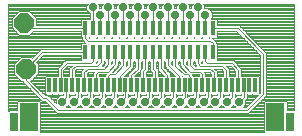
<source format=gtl>
G75*
%MOIN*%
%OFA0B0*%
%FSLAX25Y25*%
%IPPOS*%
%LPD*%
%AMOC8*
5,1,8,0,0,1.08239X$1,22.5*
%
%ADD10R,0.01500X0.05000*%
%ADD11R,0.01181X0.04724*%
%ADD12R,0.06299X0.09449*%
%ADD13R,0.03150X0.06299*%
%ADD14C,0.00492*%
%ADD15C,0.02787*%
%ADD16OC8,0.06496*%
D10*
X0053176Y0040878D03*
X0055676Y0040878D03*
X0058176Y0040878D03*
X0060676Y0040878D03*
X0063176Y0040878D03*
X0065676Y0040878D03*
X0068176Y0040878D03*
X0070676Y0040878D03*
X0073176Y0040878D03*
X0075676Y0040878D03*
X0078176Y0040878D03*
X0080676Y0040878D03*
X0083176Y0040878D03*
X0085676Y0040878D03*
X0088176Y0040878D03*
X0090676Y0040878D03*
X0093176Y0040878D03*
X0095676Y0040878D03*
X0095676Y0048878D03*
X0093176Y0048878D03*
X0090676Y0048878D03*
X0088176Y0048878D03*
X0085676Y0048878D03*
X0083176Y0048878D03*
X0080676Y0048878D03*
X0078176Y0048878D03*
X0075676Y0048878D03*
X0073176Y0048878D03*
X0070676Y0048878D03*
X0068176Y0048878D03*
X0065676Y0048878D03*
X0063176Y0048878D03*
X0060676Y0048878D03*
X0058176Y0048878D03*
X0055676Y0048878D03*
X0053176Y0048878D03*
D11*
X0052772Y0029799D03*
X0052772Y0029799D03*
X0052772Y0029799D03*
X0054741Y0029799D03*
X0054741Y0029799D03*
X0054741Y0029799D03*
X0056709Y0029799D03*
X0056709Y0029799D03*
X0056709Y0029799D03*
X0058678Y0029799D03*
X0058678Y0029799D03*
X0058678Y0029799D03*
X0060646Y0029799D03*
X0060646Y0029799D03*
X0060646Y0029799D03*
X0062615Y0029799D03*
X0062615Y0029799D03*
X0062615Y0029799D03*
X0064583Y0029799D03*
X0064583Y0029799D03*
X0064583Y0029799D03*
X0066552Y0029799D03*
X0066552Y0029799D03*
X0066552Y0029799D03*
X0068520Y0029799D03*
X0068520Y0029799D03*
X0068520Y0029799D03*
X0070489Y0029799D03*
X0070489Y0029799D03*
X0070489Y0029799D03*
X0072457Y0029799D03*
X0072457Y0029799D03*
X0072457Y0029799D03*
X0074426Y0029799D03*
X0074426Y0029799D03*
X0074426Y0029799D03*
X0076394Y0029799D03*
X0076394Y0029799D03*
X0076394Y0029799D03*
X0078363Y0029799D03*
X0078363Y0029799D03*
X0078363Y0029799D03*
X0080331Y0029799D03*
X0080331Y0029799D03*
X0080331Y0029799D03*
X0082300Y0029799D03*
X0082300Y0029799D03*
X0082300Y0029799D03*
X0084268Y0029799D03*
X0084268Y0029799D03*
X0084268Y0029799D03*
X0086237Y0029799D03*
X0086237Y0029799D03*
X0086237Y0029799D03*
X0088205Y0029799D03*
X0088205Y0029799D03*
X0088205Y0029799D03*
X0090174Y0029799D03*
X0090174Y0029799D03*
X0090174Y0029799D03*
X0092142Y0029799D03*
X0092142Y0029799D03*
X0092142Y0029799D03*
X0094111Y0029799D03*
X0094111Y0029799D03*
X0094111Y0029799D03*
X0096079Y0029799D03*
X0096079Y0029799D03*
X0096079Y0029799D03*
X0098048Y0029799D03*
X0098048Y0029799D03*
X0098048Y0029799D03*
X0100016Y0029799D03*
X0100016Y0029799D03*
X0100016Y0029799D03*
X0101985Y0029799D03*
X0101985Y0029799D03*
X0101985Y0029799D03*
X0103953Y0029799D03*
X0103953Y0029799D03*
X0103953Y0029799D03*
X0105922Y0029799D03*
X0105922Y0029799D03*
X0105922Y0029799D03*
X0107890Y0029799D03*
X0107890Y0029799D03*
X0107890Y0029799D03*
X0109859Y0029799D03*
X0109859Y0029799D03*
X0109859Y0029799D03*
X0050804Y0029799D03*
X0050804Y0029799D03*
X0050804Y0029799D03*
X0048835Y0029799D03*
X0048835Y0029799D03*
X0048835Y0029799D03*
X0046867Y0029799D03*
X0046867Y0029799D03*
X0046867Y0029799D03*
X0044898Y0029799D03*
X0044898Y0029799D03*
X0044898Y0029799D03*
X0042930Y0029799D03*
X0042930Y0029799D03*
X0042930Y0029799D03*
X0040961Y0029799D03*
X0040961Y0029799D03*
X0040961Y0029799D03*
D12*
X0034268Y0019169D03*
X0034268Y0019169D03*
X0034268Y0019169D03*
X0116552Y0019169D03*
X0116552Y0019169D03*
X0116552Y0019169D03*
D13*
X0029544Y0017594D03*
X0029544Y0017594D03*
X0029544Y0017594D03*
X0121276Y0017594D03*
X0121276Y0017594D03*
X0121276Y0017594D03*
D14*
X0120440Y0021482D02*
X0120440Y0024199D01*
X0120007Y0024632D01*
X0113096Y0024632D01*
X0112664Y0024199D01*
X0112664Y0014283D01*
X0038156Y0014283D01*
X0038156Y0024199D01*
X0037724Y0024632D01*
X0030813Y0024632D01*
X0030381Y0024199D01*
X0030381Y0021482D01*
X0027663Y0021482D01*
X0027375Y0021194D01*
X0027375Y0057067D01*
X0053895Y0057067D01*
X0053554Y0056726D01*
X0053554Y0054959D01*
X0054707Y0053806D01*
X0054712Y0052116D01*
X0054620Y0052116D01*
X0054426Y0051922D01*
X0054232Y0052116D01*
X0052120Y0052116D01*
X0051688Y0051684D01*
X0051688Y0049862D01*
X0036759Y0049862D01*
X0036759Y0052336D01*
X0034423Y0054671D01*
X0031121Y0054671D01*
X0028786Y0052336D01*
X0028786Y0049034D01*
X0031121Y0046699D01*
X0034423Y0046699D01*
X0035618Y0047894D01*
X0051688Y0047894D01*
X0051688Y0046072D01*
X0051965Y0045795D01*
X0051965Y0045356D01*
X0052542Y0044780D01*
X0053205Y0044116D01*
X0052120Y0044116D01*
X0051688Y0043684D01*
X0051688Y0041862D01*
X0038306Y0041862D01*
X0035387Y0038944D01*
X0034916Y0039415D01*
X0031613Y0039415D01*
X0029278Y0037080D01*
X0029278Y0033778D01*
X0031613Y0031443D01*
X0032280Y0031443D01*
X0032280Y0031084D01*
X0038186Y0025179D01*
X0038762Y0024602D01*
X0039746Y0024602D01*
X0043107Y0021242D01*
X0043684Y0020665D01*
X0107491Y0020665D01*
X0112904Y0026079D01*
X0113481Y0026655D01*
X0113481Y0040758D01*
X0104377Y0049862D01*
X0097164Y0049862D01*
X0097164Y0051684D01*
X0096732Y0052116D01*
X0094974Y0052116D01*
X0095298Y0052440D01*
X0095298Y0054206D01*
X0094049Y0055455D01*
X0092818Y0055455D01*
X0092818Y0056726D01*
X0092476Y0057067D01*
X0122816Y0057067D01*
X0122816Y0021482D01*
X0120440Y0021482D01*
X0120440Y0021917D02*
X0122816Y0021917D01*
X0122816Y0022408D02*
X0120440Y0022408D01*
X0120440Y0022898D02*
X0122816Y0022898D01*
X0122816Y0023389D02*
X0120440Y0023389D01*
X0120440Y0023879D02*
X0122816Y0023879D01*
X0122816Y0024370D02*
X0120269Y0024370D01*
X0122816Y0024861D02*
X0111686Y0024861D01*
X0111196Y0024370D02*
X0112835Y0024370D01*
X0112664Y0023879D02*
X0110705Y0023879D01*
X0110215Y0023389D02*
X0112664Y0023389D01*
X0112664Y0022898D02*
X0109724Y0022898D01*
X0109233Y0022408D02*
X0112664Y0022408D01*
X0112664Y0021917D02*
X0108743Y0021917D01*
X0108252Y0021426D02*
X0112664Y0021426D01*
X0112664Y0020936D02*
X0107761Y0020936D01*
X0107083Y0021650D02*
X0112497Y0027063D01*
X0112497Y0040350D01*
X0103969Y0048878D01*
X0095676Y0048878D01*
X0097164Y0047894D02*
X0103561Y0047894D01*
X0111512Y0039943D01*
X0111512Y0027471D01*
X0111188Y0027146D01*
X0111188Y0032467D01*
X0110755Y0032900D01*
X0108963Y0032900D01*
X0108875Y0032812D01*
X0108787Y0032900D01*
X0106994Y0032900D01*
X0106906Y0032812D01*
X0106818Y0032900D01*
X0105026Y0032900D01*
X0104938Y0032812D01*
X0104938Y0035055D01*
X0104979Y0035401D01*
X0104938Y0035454D01*
X0104938Y0035522D01*
X0104691Y0035768D01*
X0103146Y0037738D01*
X0103146Y0037805D01*
X0102900Y0038052D01*
X0102685Y0038326D01*
X0102618Y0038334D01*
X0102570Y0038382D01*
X0102221Y0038382D01*
X0101875Y0038424D01*
X0101822Y0038382D01*
X0097164Y0038382D01*
X0097164Y0043684D01*
X0096732Y0044116D01*
X0096660Y0044116D01*
X0096660Y0044292D01*
X0095764Y0045187D01*
X0095312Y0045640D01*
X0096732Y0045640D01*
X0097164Y0046072D01*
X0097164Y0047894D01*
X0097164Y0047430D02*
X0104025Y0047430D01*
X0104516Y0046939D02*
X0097164Y0046939D01*
X0097164Y0046449D02*
X0105006Y0046449D01*
X0105497Y0045958D02*
X0097050Y0045958D01*
X0095975Y0044977D02*
X0106478Y0044977D01*
X0105988Y0045468D02*
X0095484Y0045468D01*
X0094780Y0044780D02*
X0053934Y0044780D01*
X0052949Y0045764D01*
X0052949Y0048652D01*
X0053176Y0048878D01*
X0034579Y0048878D01*
X0032772Y0050685D01*
X0035777Y0053318D02*
X0054709Y0053318D01*
X0054705Y0053808D02*
X0035286Y0053808D01*
X0034796Y0054299D02*
X0054214Y0054299D01*
X0053724Y0054790D02*
X0027375Y0054790D01*
X0027375Y0055280D02*
X0053554Y0055280D01*
X0053554Y0055771D02*
X0027375Y0055771D01*
X0027375Y0056262D02*
X0053554Y0056262D01*
X0053580Y0056752D02*
X0027375Y0056752D01*
X0027375Y0054299D02*
X0030749Y0054299D01*
X0030258Y0053808D02*
X0027375Y0053808D01*
X0027375Y0053318D02*
X0029768Y0053318D01*
X0029277Y0052827D02*
X0027375Y0052827D01*
X0027375Y0052336D02*
X0028786Y0052336D01*
X0028786Y0051846D02*
X0027375Y0051846D01*
X0027375Y0051355D02*
X0028786Y0051355D01*
X0028786Y0050865D02*
X0027375Y0050865D01*
X0027375Y0050374D02*
X0028786Y0050374D01*
X0028786Y0049883D02*
X0027375Y0049883D01*
X0027375Y0049393D02*
X0028786Y0049393D01*
X0028918Y0048902D02*
X0027375Y0048902D01*
X0027375Y0048411D02*
X0029409Y0048411D01*
X0029899Y0047921D02*
X0027375Y0047921D01*
X0027375Y0047430D02*
X0030390Y0047430D01*
X0030881Y0046939D02*
X0027375Y0046939D01*
X0027375Y0046449D02*
X0051688Y0046449D01*
X0051688Y0046939D02*
X0034664Y0046939D01*
X0035155Y0047430D02*
X0051688Y0047430D01*
X0051802Y0045958D02*
X0027375Y0045958D01*
X0027375Y0045468D02*
X0051965Y0045468D01*
X0052344Y0044977D02*
X0027375Y0044977D01*
X0027375Y0044486D02*
X0052835Y0044486D01*
X0052000Y0043996D02*
X0027375Y0043996D01*
X0027375Y0043505D02*
X0051688Y0043505D01*
X0051688Y0043014D02*
X0027375Y0043014D01*
X0027375Y0042524D02*
X0051688Y0042524D01*
X0051688Y0042033D02*
X0027375Y0042033D01*
X0027375Y0041542D02*
X0037986Y0041542D01*
X0037495Y0041052D02*
X0027375Y0041052D01*
X0027375Y0040561D02*
X0037005Y0040561D01*
X0036514Y0040071D02*
X0027375Y0040071D01*
X0027375Y0039580D02*
X0036023Y0039580D01*
X0035533Y0039089D02*
X0035242Y0039089D01*
X0036779Y0037552D02*
X0039121Y0039894D01*
X0051688Y0039894D01*
X0051688Y0038382D01*
X0046636Y0038382D01*
X0046060Y0037805D01*
X0043914Y0035660D01*
X0043914Y0032812D01*
X0043826Y0032900D01*
X0042033Y0032900D01*
X0041946Y0032812D01*
X0041858Y0032900D01*
X0040065Y0032900D01*
X0039633Y0032467D01*
X0039633Y0027131D01*
X0040065Y0026699D01*
X0041858Y0026699D01*
X0041946Y0026787D01*
X0042033Y0026699D01*
X0043826Y0026699D01*
X0043914Y0026787D01*
X0044002Y0026699D01*
X0045795Y0026699D01*
X0045883Y0026787D01*
X0045883Y0026537D01*
X0044488Y0026537D01*
X0043239Y0025289D01*
X0043239Y0023894D01*
X0040562Y0026571D01*
X0039746Y0026571D01*
X0039578Y0026571D01*
X0034706Y0031443D01*
X0034916Y0031443D01*
X0037251Y0033778D01*
X0037251Y0037080D01*
X0036779Y0037552D01*
X0036845Y0037617D02*
X0045872Y0037617D01*
X0045381Y0037127D02*
X0037204Y0037127D01*
X0037251Y0036636D02*
X0044890Y0036636D01*
X0044400Y0036145D02*
X0037251Y0036145D01*
X0037251Y0035655D02*
X0043914Y0035655D01*
X0043914Y0035164D02*
X0037251Y0035164D01*
X0037251Y0034674D02*
X0043914Y0034674D01*
X0043914Y0034183D02*
X0037251Y0034183D01*
X0037165Y0033692D02*
X0043914Y0033692D01*
X0043914Y0033202D02*
X0036674Y0033202D01*
X0036184Y0032711D02*
X0039876Y0032711D01*
X0039633Y0032220D02*
X0035693Y0032220D01*
X0035202Y0031730D02*
X0039633Y0031730D01*
X0039633Y0031239D02*
X0034909Y0031239D01*
X0035400Y0030748D02*
X0039633Y0030748D01*
X0039633Y0030258D02*
X0035891Y0030258D01*
X0036381Y0029767D02*
X0039633Y0029767D01*
X0039633Y0029277D02*
X0036872Y0029277D01*
X0037363Y0028786D02*
X0039633Y0028786D01*
X0039633Y0028295D02*
X0037853Y0028295D01*
X0038344Y0027805D02*
X0039633Y0027805D01*
X0039633Y0027314D02*
X0038835Y0027314D01*
X0039325Y0026823D02*
X0039940Y0026823D01*
X0040800Y0026333D02*
X0044283Y0026333D01*
X0043792Y0025842D02*
X0041291Y0025842D01*
X0041781Y0025351D02*
X0043302Y0025351D01*
X0043239Y0024861D02*
X0042272Y0024861D01*
X0042763Y0024370D02*
X0043239Y0024370D01*
X0045371Y0024406D02*
X0046867Y0025902D01*
X0046867Y0029799D01*
X0048835Y0029799D02*
X0048835Y0035252D01*
X0049997Y0036413D01*
X0057182Y0036413D01*
X0058264Y0037496D01*
X0058264Y0040789D01*
X0058176Y0040878D01*
X0055705Y0040848D02*
X0055676Y0040878D01*
X0055705Y0040848D02*
X0055705Y0037890D01*
X0055213Y0037398D01*
X0047044Y0037398D01*
X0044898Y0035252D01*
X0044898Y0029799D01*
X0045883Y0032812D02*
X0045883Y0032812D01*
X0045883Y0034844D01*
X0047452Y0036413D01*
X0048605Y0036413D01*
X0047851Y0035660D01*
X0047851Y0034844D01*
X0047851Y0032812D01*
X0047851Y0032812D01*
X0047763Y0032900D01*
X0045970Y0032900D01*
X0045883Y0032812D01*
X0045883Y0033202D02*
X0047851Y0033202D01*
X0047851Y0033692D02*
X0045883Y0033692D01*
X0045883Y0034183D02*
X0047851Y0034183D01*
X0047851Y0034674D02*
X0045883Y0034674D01*
X0046202Y0035164D02*
X0047851Y0035164D01*
X0047851Y0035655D02*
X0046693Y0035655D01*
X0047184Y0036145D02*
X0048337Y0036145D01*
X0049820Y0034844D02*
X0050404Y0035429D01*
X0052542Y0035429D01*
X0051788Y0034675D01*
X0051788Y0033860D01*
X0051788Y0032812D01*
X0051788Y0032812D01*
X0051700Y0032900D01*
X0049907Y0032900D01*
X0049820Y0032812D01*
X0049820Y0034844D01*
X0049820Y0034674D02*
X0051788Y0034674D01*
X0051788Y0034183D02*
X0049820Y0034183D01*
X0049820Y0033692D02*
X0051788Y0033692D01*
X0051788Y0033202D02*
X0049820Y0033202D01*
X0049820Y0032812D02*
X0049820Y0032812D01*
X0050139Y0035164D02*
X0052277Y0035164D01*
X0052772Y0034268D02*
X0053934Y0035429D01*
X0059347Y0035429D01*
X0060725Y0036807D01*
X0060725Y0040829D01*
X0060676Y0040878D01*
X0063176Y0040878D02*
X0063186Y0040868D01*
X0063186Y0036906D01*
X0060725Y0034445D01*
X0057379Y0034445D01*
X0056709Y0033776D01*
X0056709Y0029799D01*
X0058678Y0029799D02*
X0058678Y0025902D01*
X0057201Y0024406D01*
X0055725Y0025944D02*
X0055725Y0026309D01*
X0055725Y0026787D01*
X0055813Y0026699D01*
X0057606Y0026699D01*
X0057694Y0026787D01*
X0057694Y0026537D01*
X0056318Y0026537D01*
X0055725Y0025944D01*
X0055725Y0026333D02*
X0056114Y0026333D01*
X0054741Y0025902D02*
X0053245Y0024406D01*
X0054488Y0022634D02*
X0055223Y0023369D01*
X0055958Y0022634D01*
X0054488Y0022634D01*
X0054752Y0022898D02*
X0055694Y0022898D01*
X0058445Y0022634D02*
X0059160Y0023349D01*
X0059875Y0022634D01*
X0058445Y0022634D01*
X0058709Y0022898D02*
X0059611Y0022898D01*
X0061119Y0024406D02*
X0062615Y0025902D01*
X0062615Y0029799D01*
X0060646Y0029799D02*
X0060646Y0032791D01*
X0061316Y0033461D01*
X0062989Y0033461D01*
X0065646Y0036610D01*
X0065646Y0040848D01*
X0065676Y0040878D01*
X0068176Y0040878D02*
X0068205Y0040848D01*
X0068205Y0036413D01*
X0064583Y0032791D01*
X0064583Y0029799D01*
X0066552Y0029799D02*
X0066552Y0025902D01*
X0065056Y0024406D01*
X0063812Y0022634D02*
X0063087Y0023359D01*
X0062362Y0022634D01*
X0063812Y0022634D01*
X0063548Y0022898D02*
X0062626Y0022898D01*
X0066299Y0022634D02*
X0067024Y0023359D01*
X0067749Y0022634D01*
X0066299Y0022634D01*
X0066563Y0022898D02*
X0067485Y0022898D01*
X0068993Y0024406D02*
X0070489Y0025902D01*
X0070489Y0029799D01*
X0072457Y0029799D02*
X0072457Y0034760D01*
X0073127Y0035429D01*
X0073127Y0040829D01*
X0073176Y0040878D01*
X0075587Y0040789D02*
X0075676Y0040878D01*
X0075587Y0040789D02*
X0075587Y0035429D01*
X0076394Y0034622D01*
X0076394Y0029799D01*
X0074426Y0029799D02*
X0074426Y0025902D01*
X0072930Y0024406D01*
X0074173Y0022634D02*
X0074898Y0023359D01*
X0075624Y0022634D01*
X0074173Y0022634D01*
X0074437Y0022898D02*
X0075359Y0022898D01*
X0076867Y0024406D02*
X0078363Y0025902D01*
X0078363Y0029799D01*
X0080331Y0029799D02*
X0080331Y0033441D01*
X0078245Y0035528D01*
X0078245Y0040809D01*
X0078176Y0040878D01*
X0080607Y0040809D02*
X0080676Y0040878D01*
X0080607Y0040809D02*
X0080607Y0036610D01*
X0084268Y0032949D01*
X0084268Y0029799D01*
X0086237Y0029799D02*
X0086237Y0025902D01*
X0084741Y0024406D01*
X0086248Y0022898D02*
X0087170Y0022898D01*
X0087435Y0022634D02*
X0085984Y0022634D01*
X0086709Y0023359D01*
X0087435Y0022634D01*
X0088678Y0024406D02*
X0090174Y0025803D01*
X0090174Y0029799D01*
X0088205Y0029799D02*
X0088205Y0032654D01*
X0087398Y0033461D01*
X0086020Y0033461D01*
X0083068Y0036413D01*
X0083068Y0040770D01*
X0083176Y0040878D01*
X0085627Y0040829D02*
X0085676Y0040878D01*
X0085627Y0040829D02*
X0085627Y0036807D01*
X0087989Y0034445D01*
X0091335Y0034445D01*
X0092142Y0033638D01*
X0092142Y0029799D01*
X0094111Y0029799D02*
X0094111Y0025803D01*
X0092615Y0024406D01*
X0091372Y0022634D02*
X0090646Y0023359D01*
X0089921Y0022634D01*
X0091372Y0022634D01*
X0091107Y0022898D02*
X0090185Y0022898D01*
X0093858Y0022634D02*
X0094583Y0023359D01*
X0095309Y0022634D01*
X0093858Y0022634D01*
X0094122Y0022898D02*
X0095044Y0022898D01*
X0096552Y0024406D02*
X0098048Y0025803D01*
X0098048Y0029799D01*
X0100016Y0029799D02*
X0100016Y0035114D01*
X0098717Y0036413D01*
X0091434Y0036413D01*
X0090646Y0037201D01*
X0090646Y0040848D01*
X0090676Y0040878D01*
X0088186Y0040868D02*
X0088176Y0040878D01*
X0088186Y0040868D02*
X0088186Y0036709D01*
X0089465Y0035429D01*
X0094780Y0035429D01*
X0096079Y0034130D01*
X0096079Y0029799D01*
X0095095Y0026787D02*
X0095183Y0026699D01*
X0096976Y0026699D01*
X0097064Y0026787D01*
X0097064Y0026537D01*
X0095669Y0026537D01*
X0095101Y0025970D01*
X0095108Y0026177D01*
X0095095Y0026191D01*
X0095095Y0026787D01*
X0095095Y0026333D02*
X0095464Y0026333D01*
X0093127Y0026537D02*
X0093127Y0026787D01*
X0093127Y0026787D01*
X0093039Y0026699D01*
X0091246Y0026699D01*
X0091158Y0026787D01*
X0091158Y0026191D01*
X0091171Y0026177D01*
X0091164Y0025970D01*
X0091732Y0026537D01*
X0093127Y0026537D01*
X0091527Y0026333D02*
X0091158Y0026333D01*
X0089190Y0026537D02*
X0087795Y0026537D01*
X0087221Y0025964D01*
X0087221Y0026309D01*
X0087221Y0026787D01*
X0087309Y0026699D01*
X0089102Y0026699D01*
X0089190Y0026787D01*
X0089190Y0026537D01*
X0089190Y0026787D02*
X0089190Y0026787D01*
X0087590Y0026333D02*
X0087221Y0026333D01*
X0085253Y0026537D02*
X0083858Y0026537D01*
X0083284Y0025964D01*
X0083284Y0026309D01*
X0083284Y0026787D01*
X0083372Y0026699D01*
X0085165Y0026699D01*
X0085253Y0026787D01*
X0085253Y0026537D01*
X0085253Y0026787D02*
X0085253Y0026787D01*
X0083653Y0026333D02*
X0083284Y0026333D01*
X0082300Y0025902D02*
X0080804Y0024406D01*
X0082047Y0022634D02*
X0082772Y0023359D01*
X0083498Y0022634D01*
X0082047Y0022634D01*
X0082311Y0022898D02*
X0083233Y0022898D01*
X0079561Y0022634D02*
X0078110Y0022634D01*
X0078835Y0023359D01*
X0079561Y0022634D01*
X0079296Y0022898D02*
X0078374Y0022898D01*
X0079347Y0025964D02*
X0079347Y0026309D01*
X0079347Y0026787D01*
X0079435Y0026699D01*
X0081228Y0026699D01*
X0081316Y0026787D01*
X0081316Y0026537D01*
X0079921Y0026537D01*
X0079347Y0025964D01*
X0079347Y0026333D02*
X0079716Y0026333D01*
X0081316Y0026787D02*
X0081316Y0026787D01*
X0082300Y0025902D02*
X0082300Y0029799D01*
X0081316Y0032812D02*
X0081316Y0033849D01*
X0079229Y0035935D01*
X0079229Y0037640D01*
X0079232Y0037640D01*
X0079426Y0037834D01*
X0079620Y0037640D01*
X0079623Y0037640D01*
X0079623Y0036203D01*
X0080199Y0035626D01*
X0082926Y0032900D01*
X0081404Y0032900D01*
X0081316Y0032812D01*
X0081316Y0033202D02*
X0082624Y0033202D01*
X0082133Y0033692D02*
X0081316Y0033692D01*
X0081642Y0034183D02*
X0080981Y0034183D01*
X0081152Y0034674D02*
X0080491Y0034674D01*
X0080661Y0035164D02*
X0080000Y0035164D01*
X0080170Y0035655D02*
X0079509Y0035655D01*
X0079680Y0036145D02*
X0079229Y0036145D01*
X0079229Y0036636D02*
X0079623Y0036636D01*
X0079623Y0037127D02*
X0079229Y0037127D01*
X0079229Y0037617D02*
X0079623Y0037617D01*
X0081591Y0037617D02*
X0082083Y0037617D01*
X0082083Y0037677D02*
X0082083Y0036526D01*
X0081591Y0037018D01*
X0081591Y0037640D01*
X0081732Y0037640D01*
X0081926Y0037834D01*
X0082083Y0037677D01*
X0082083Y0037127D02*
X0081591Y0037127D01*
X0081973Y0036636D02*
X0082083Y0036636D01*
X0084052Y0036821D02*
X0084052Y0037640D01*
X0084232Y0037640D01*
X0084426Y0037834D01*
X0084620Y0037640D01*
X0084642Y0037640D01*
X0084642Y0036399D01*
X0085219Y0035823D01*
X0086597Y0034445D01*
X0086428Y0034445D01*
X0084052Y0036821D01*
X0084237Y0036636D02*
X0084642Y0036636D01*
X0084642Y0037127D02*
X0084052Y0037127D01*
X0084052Y0037617D02*
X0084642Y0037617D01*
X0086611Y0037617D02*
X0087201Y0037617D01*
X0087201Y0037640D02*
X0087201Y0036624D01*
X0086611Y0037215D01*
X0086611Y0037640D01*
X0086732Y0037640D01*
X0086926Y0037834D01*
X0087120Y0037640D01*
X0087201Y0037640D01*
X0087201Y0037127D02*
X0086699Y0037127D01*
X0087190Y0036636D02*
X0087201Y0036636D01*
X0089170Y0037116D02*
X0089170Y0037640D01*
X0089232Y0037640D01*
X0089426Y0037834D01*
X0089620Y0037640D01*
X0089662Y0037640D01*
X0089662Y0036793D01*
X0090042Y0036413D01*
X0089873Y0036413D01*
X0089170Y0037116D01*
X0089170Y0037127D02*
X0089662Y0037127D01*
X0089662Y0037617D02*
X0089170Y0037617D01*
X0089650Y0036636D02*
X0089819Y0036636D01*
X0091631Y0037608D02*
X0091631Y0037640D01*
X0091732Y0037640D01*
X0091926Y0037834D01*
X0092120Y0037640D01*
X0092221Y0037640D01*
X0092221Y0037398D01*
X0091841Y0037398D01*
X0091631Y0037608D01*
X0091631Y0037617D02*
X0092221Y0037617D01*
X0093205Y0037791D02*
X0093205Y0040848D01*
X0093176Y0040878D01*
X0095676Y0040878D02*
X0095676Y0043884D01*
X0094780Y0044780D01*
X0094496Y0045764D02*
X0094356Y0045764D01*
X0094426Y0045834D01*
X0094496Y0045764D01*
X0096465Y0044486D02*
X0106969Y0044486D01*
X0107460Y0043996D02*
X0096852Y0043996D01*
X0097164Y0043505D02*
X0107950Y0043505D01*
X0108441Y0043014D02*
X0097164Y0043014D01*
X0097164Y0042524D02*
X0108931Y0042524D01*
X0109422Y0042033D02*
X0097164Y0042033D01*
X0097164Y0041542D02*
X0109913Y0041542D01*
X0110403Y0041052D02*
X0097164Y0041052D01*
X0097164Y0040561D02*
X0110894Y0040561D01*
X0111385Y0040071D02*
X0097164Y0040071D01*
X0097164Y0039580D02*
X0111512Y0039580D01*
X0111512Y0039089D02*
X0097164Y0039089D01*
X0097164Y0038599D02*
X0111512Y0038599D01*
X0111512Y0038108D02*
X0102856Y0038108D01*
X0103241Y0037617D02*
X0111512Y0037617D01*
X0111512Y0037127D02*
X0103626Y0037127D01*
X0104010Y0036636D02*
X0111512Y0036636D01*
X0111512Y0036145D02*
X0104395Y0036145D01*
X0104805Y0035655D02*
X0111512Y0035655D01*
X0111512Y0035164D02*
X0104951Y0035164D01*
X0104938Y0034674D02*
X0111512Y0034674D01*
X0111512Y0034183D02*
X0104938Y0034183D01*
X0104938Y0033692D02*
X0111512Y0033692D01*
X0111512Y0033202D02*
X0104938Y0033202D01*
X0102969Y0033202D02*
X0101001Y0033202D01*
X0101089Y0032900D02*
X0101001Y0032812D01*
X0101001Y0035522D01*
X0100109Y0036413D01*
X0101683Y0036413D01*
X0102969Y0034774D01*
X0102969Y0032812D01*
X0102969Y0032812D01*
X0102881Y0032900D01*
X0101089Y0032900D01*
X0101001Y0033692D02*
X0102969Y0033692D01*
X0102969Y0034183D02*
X0101001Y0034183D01*
X0101001Y0034674D02*
X0102969Y0034674D01*
X0102663Y0035164D02*
X0101001Y0035164D01*
X0100868Y0035655D02*
X0102278Y0035655D01*
X0101893Y0036145D02*
X0100377Y0036145D01*
X0099032Y0034706D02*
X0098309Y0035429D01*
X0096172Y0035429D01*
X0097064Y0034538D01*
X0097064Y0032812D01*
X0097152Y0032900D01*
X0098944Y0032900D01*
X0099032Y0032812D01*
X0099032Y0032812D01*
X0099032Y0034706D01*
X0099032Y0034674D02*
X0096928Y0034674D01*
X0097064Y0034183D02*
X0099032Y0034183D01*
X0099032Y0033692D02*
X0097064Y0033692D01*
X0097064Y0033202D02*
X0099032Y0033202D01*
X0098574Y0035164D02*
X0096437Y0035164D01*
X0095095Y0033722D02*
X0094372Y0034445D01*
X0092727Y0034445D01*
X0093127Y0034045D01*
X0093127Y0032812D01*
X0093215Y0032900D01*
X0095007Y0032900D01*
X0095095Y0032812D01*
X0095095Y0032812D01*
X0095095Y0033722D01*
X0095095Y0033692D02*
X0093127Y0033692D01*
X0093127Y0033202D02*
X0095095Y0033202D01*
X0094634Y0034183D02*
X0092989Y0034183D01*
X0091158Y0033230D02*
X0091158Y0032812D01*
X0091070Y0032900D01*
X0089278Y0032900D01*
X0089190Y0032812D01*
X0089190Y0033061D01*
X0088790Y0033461D01*
X0090928Y0033461D01*
X0091158Y0033230D01*
X0091158Y0033202D02*
X0089049Y0033202D01*
X0091158Y0032812D02*
X0091158Y0032812D01*
X0086368Y0034674D02*
X0086199Y0034674D01*
X0085878Y0035164D02*
X0085709Y0035164D01*
X0085387Y0035655D02*
X0085218Y0035655D01*
X0084896Y0036145D02*
X0084727Y0036145D01*
X0085253Y0032836D02*
X0085265Y0032824D01*
X0085253Y0032812D01*
X0085253Y0032836D01*
X0079347Y0032812D02*
X0079347Y0033033D01*
X0077837Y0034543D01*
X0077379Y0035002D01*
X0077379Y0032812D01*
X0077467Y0032900D01*
X0079259Y0032900D01*
X0079347Y0032812D01*
X0079347Y0032812D01*
X0079179Y0033202D02*
X0077379Y0033202D01*
X0077379Y0033692D02*
X0078688Y0033692D01*
X0078197Y0034183D02*
X0077379Y0034183D01*
X0077379Y0034674D02*
X0077707Y0034674D01*
X0077260Y0035148D02*
X0076572Y0035837D01*
X0076572Y0037640D01*
X0076732Y0037640D01*
X0076926Y0037834D01*
X0077120Y0037640D01*
X0077260Y0037640D01*
X0077260Y0035148D01*
X0077260Y0035164D02*
X0077244Y0035164D01*
X0077260Y0035655D02*
X0076754Y0035655D01*
X0076572Y0036145D02*
X0077260Y0036145D01*
X0077260Y0036636D02*
X0076572Y0036636D01*
X0076572Y0037127D02*
X0077260Y0037127D01*
X0077260Y0037617D02*
X0076572Y0037617D01*
X0074603Y0037617D02*
X0074111Y0037617D01*
X0074111Y0037640D02*
X0074232Y0037640D01*
X0074426Y0037834D01*
X0074603Y0037657D01*
X0074603Y0035837D01*
X0074603Y0035021D01*
X0075410Y0034214D01*
X0075410Y0032812D01*
X0075322Y0032900D01*
X0073530Y0032900D01*
X0073442Y0032812D01*
X0073442Y0034352D01*
X0073534Y0034445D01*
X0074111Y0035021D01*
X0074111Y0037640D01*
X0074111Y0037127D02*
X0074603Y0037127D01*
X0074603Y0036636D02*
X0074111Y0036636D01*
X0074111Y0036145D02*
X0074603Y0036145D01*
X0074603Y0035655D02*
X0074111Y0035655D01*
X0074111Y0035164D02*
X0074603Y0035164D01*
X0074951Y0034674D02*
X0073763Y0034674D01*
X0073442Y0034183D02*
X0075410Y0034183D01*
X0075410Y0033692D02*
X0073442Y0033692D01*
X0073442Y0033202D02*
X0075410Y0033202D01*
X0075410Y0032812D02*
X0075410Y0032812D01*
X0073442Y0032812D02*
X0073442Y0032812D01*
X0071473Y0032812D02*
X0071473Y0032812D01*
X0071473Y0034839D01*
X0071354Y0034725D01*
X0071074Y0034445D01*
X0071060Y0034445D01*
X0069505Y0032961D01*
X0069505Y0032812D01*
X0069505Y0032812D01*
X0069593Y0032900D01*
X0071385Y0032900D01*
X0071473Y0032812D01*
X0071473Y0033202D02*
X0069757Y0033202D01*
X0070271Y0033692D02*
X0071473Y0033692D01*
X0071473Y0034183D02*
X0070786Y0034183D01*
X0071302Y0034674D02*
X0071473Y0034674D01*
X0071650Y0035345D02*
X0072142Y0035837D01*
X0072142Y0037640D01*
X0072120Y0037640D01*
X0071926Y0037834D01*
X0071732Y0037640D01*
X0071650Y0037640D01*
X0071650Y0035823D01*
X0071660Y0035814D01*
X0071650Y0035418D01*
X0071650Y0035345D01*
X0071656Y0035655D02*
X0071960Y0035655D01*
X0072142Y0036145D02*
X0071650Y0036145D01*
X0071650Y0036636D02*
X0072142Y0036636D01*
X0072142Y0037127D02*
X0071650Y0037127D01*
X0071650Y0037617D02*
X0072142Y0037617D01*
X0069682Y0037617D02*
X0069190Y0037617D01*
X0069190Y0037640D02*
X0069232Y0037640D01*
X0069426Y0037834D01*
X0069620Y0037640D01*
X0069682Y0037640D01*
X0069682Y0035850D01*
X0068126Y0034366D01*
X0068113Y0034366D01*
X0067832Y0034086D01*
X0067546Y0033813D01*
X0067546Y0033799D01*
X0067536Y0033790D01*
X0067536Y0033393D01*
X0067527Y0032997D01*
X0067536Y0032988D01*
X0067536Y0032812D01*
X0067536Y0032812D01*
X0067448Y0032900D01*
X0066084Y0032900D01*
X0068613Y0035429D01*
X0069190Y0036006D01*
X0069190Y0037640D01*
X0069190Y0037127D02*
X0069682Y0037127D01*
X0069682Y0036636D02*
X0069190Y0036636D01*
X0069190Y0036145D02*
X0069682Y0036145D01*
X0069477Y0035655D02*
X0068839Y0035655D01*
X0068963Y0035164D02*
X0068348Y0035164D01*
X0068448Y0034674D02*
X0067857Y0034674D01*
X0067929Y0034183D02*
X0067367Y0034183D01*
X0067536Y0033692D02*
X0066876Y0033692D01*
X0066386Y0033202D02*
X0067532Y0033202D01*
X0068520Y0033382D02*
X0070666Y0035429D01*
X0070666Y0040868D01*
X0070676Y0040878D01*
X0067221Y0037640D02*
X0067221Y0036821D01*
X0066631Y0036230D01*
X0066631Y0036250D01*
X0066661Y0036287D01*
X0066631Y0036652D01*
X0066631Y0037640D01*
X0066732Y0037640D01*
X0066926Y0037834D01*
X0067120Y0037640D01*
X0067221Y0037640D01*
X0067221Y0037617D02*
X0066631Y0037617D01*
X0066631Y0037127D02*
X0067221Y0037127D01*
X0067036Y0036636D02*
X0066632Y0036636D01*
X0064662Y0036970D02*
X0062532Y0034445D01*
X0062117Y0034445D01*
X0063593Y0035921D01*
X0064170Y0036498D01*
X0064170Y0037640D01*
X0064232Y0037640D01*
X0064426Y0037834D01*
X0064620Y0037640D01*
X0064662Y0037640D01*
X0064662Y0036970D01*
X0064662Y0037127D02*
X0064170Y0037127D01*
X0064170Y0037617D02*
X0064662Y0037617D01*
X0064380Y0036636D02*
X0064170Y0036636D01*
X0063966Y0036145D02*
X0063818Y0036145D01*
X0063552Y0035655D02*
X0063327Y0035655D01*
X0063138Y0035164D02*
X0062836Y0035164D01*
X0062724Y0034674D02*
X0062346Y0034674D01*
X0061709Y0036821D02*
X0061709Y0037640D01*
X0061732Y0037640D01*
X0061926Y0037834D01*
X0062120Y0037640D01*
X0062201Y0037640D01*
X0062201Y0037313D01*
X0061709Y0036821D01*
X0061709Y0037127D02*
X0062015Y0037127D01*
X0062201Y0037617D02*
X0061709Y0037617D01*
X0059741Y0037617D02*
X0059249Y0037617D01*
X0059249Y0037657D02*
X0059426Y0037834D01*
X0059620Y0037640D01*
X0059741Y0037640D01*
X0059741Y0037215D01*
X0058939Y0036413D01*
X0058574Y0036413D01*
X0058672Y0036512D01*
X0059249Y0037088D01*
X0059249Y0037657D01*
X0059249Y0037127D02*
X0059653Y0037127D01*
X0059162Y0036636D02*
X0058796Y0036636D01*
X0057068Y0037692D02*
X0056774Y0037398D01*
X0056605Y0037398D01*
X0056690Y0037482D01*
X0056690Y0037640D01*
X0056732Y0037640D01*
X0056926Y0037834D01*
X0057068Y0037692D01*
X0056994Y0037617D02*
X0056690Y0037617D01*
X0053176Y0040878D02*
X0038713Y0040878D01*
X0033264Y0035429D01*
X0033264Y0031492D01*
X0039170Y0025587D01*
X0040154Y0025587D01*
X0044091Y0021650D01*
X0107083Y0021650D01*
X0106676Y0022634D02*
X0105669Y0022634D01*
X0106558Y0023522D01*
X0106558Y0025047D01*
X0106606Y0025095D01*
X0106892Y0025362D01*
X0106892Y0025382D01*
X0106906Y0025395D01*
X0106906Y0025787D01*
X0106919Y0026177D01*
X0106906Y0026191D01*
X0106906Y0026787D01*
X0106994Y0026699D01*
X0108787Y0026699D01*
X0108875Y0026787D01*
X0108963Y0026699D01*
X0110741Y0026699D01*
X0106676Y0022634D01*
X0106940Y0022898D02*
X0105933Y0022898D01*
X0106424Y0023389D02*
X0107431Y0023389D01*
X0107921Y0023879D02*
X0106558Y0023879D01*
X0106558Y0024370D02*
X0108412Y0024370D01*
X0108903Y0024861D02*
X0106558Y0024861D01*
X0106880Y0025351D02*
X0109393Y0025351D01*
X0109884Y0025842D02*
X0106908Y0025842D01*
X0106906Y0026333D02*
X0110374Y0026333D01*
X0111188Y0027314D02*
X0111356Y0027314D01*
X0111512Y0027805D02*
X0111188Y0027805D01*
X0111188Y0028295D02*
X0111512Y0028295D01*
X0111512Y0028786D02*
X0111188Y0028786D01*
X0111188Y0029277D02*
X0111512Y0029277D01*
X0111512Y0029767D02*
X0111188Y0029767D01*
X0111188Y0030258D02*
X0111512Y0030258D01*
X0111512Y0030748D02*
X0111188Y0030748D01*
X0111188Y0031239D02*
X0111512Y0031239D01*
X0111512Y0031730D02*
X0111188Y0031730D01*
X0111188Y0032220D02*
X0111512Y0032220D01*
X0111512Y0032711D02*
X0110944Y0032711D01*
X0113481Y0032711D02*
X0122816Y0032711D01*
X0122816Y0033202D02*
X0113481Y0033202D01*
X0113481Y0033692D02*
X0122816Y0033692D01*
X0122816Y0034183D02*
X0113481Y0034183D01*
X0113481Y0034674D02*
X0122816Y0034674D01*
X0122816Y0035164D02*
X0113481Y0035164D01*
X0113481Y0035655D02*
X0122816Y0035655D01*
X0122816Y0036145D02*
X0113481Y0036145D01*
X0113481Y0036636D02*
X0122816Y0036636D01*
X0122816Y0037127D02*
X0113481Y0037127D01*
X0113481Y0037617D02*
X0122816Y0037617D01*
X0122816Y0038108D02*
X0113481Y0038108D01*
X0113481Y0038599D02*
X0122816Y0038599D01*
X0122816Y0039089D02*
X0113481Y0039089D01*
X0113481Y0039580D02*
X0122816Y0039580D01*
X0122816Y0040071D02*
X0113481Y0040071D01*
X0113481Y0040561D02*
X0122816Y0040561D01*
X0122816Y0041052D02*
X0113187Y0041052D01*
X0112697Y0041542D02*
X0122816Y0041542D01*
X0122816Y0042033D02*
X0112206Y0042033D01*
X0111715Y0042524D02*
X0122816Y0042524D01*
X0122816Y0043014D02*
X0111225Y0043014D01*
X0110734Y0043505D02*
X0122816Y0043505D01*
X0122816Y0043996D02*
X0110243Y0043996D01*
X0109753Y0044486D02*
X0122816Y0044486D01*
X0122816Y0044977D02*
X0109262Y0044977D01*
X0108772Y0045468D02*
X0122816Y0045468D01*
X0122816Y0045958D02*
X0108281Y0045958D01*
X0107790Y0046449D02*
X0122816Y0046449D01*
X0122816Y0046939D02*
X0107300Y0046939D01*
X0106809Y0047430D02*
X0122816Y0047430D01*
X0122816Y0047921D02*
X0106318Y0047921D01*
X0105828Y0048411D02*
X0122816Y0048411D01*
X0122816Y0048902D02*
X0105337Y0048902D01*
X0104846Y0049393D02*
X0122816Y0049393D01*
X0122816Y0049883D02*
X0097164Y0049883D01*
X0097164Y0050374D02*
X0122816Y0050374D01*
X0122816Y0050865D02*
X0097164Y0050865D01*
X0097164Y0051355D02*
X0122816Y0051355D01*
X0122816Y0051846D02*
X0097002Y0051846D01*
X0095195Y0052336D02*
X0122816Y0052336D01*
X0122816Y0052827D02*
X0095298Y0052827D01*
X0095298Y0053318D02*
X0122816Y0053318D01*
X0122816Y0053808D02*
X0095298Y0053808D01*
X0095205Y0054299D02*
X0122816Y0054299D01*
X0122816Y0054790D02*
X0094714Y0054790D01*
X0094223Y0055280D02*
X0122816Y0055280D01*
X0122816Y0055771D02*
X0092818Y0055771D01*
X0092818Y0056262D02*
X0122816Y0056262D01*
X0122816Y0056752D02*
X0092791Y0056752D01*
X0090686Y0055843D02*
X0090646Y0048907D01*
X0090676Y0048878D01*
X0093176Y0048878D02*
X0093205Y0048907D01*
X0093166Y0053323D01*
X0088166Y0053323D02*
X0088087Y0048967D01*
X0088176Y0048878D01*
X0085823Y0049026D02*
X0085676Y0048878D01*
X0085823Y0049026D02*
X0085686Y0055843D01*
X0087818Y0055771D02*
X0088554Y0055771D01*
X0088554Y0055455D02*
X0087818Y0055455D01*
X0087818Y0056726D01*
X0087476Y0057067D01*
X0088895Y0057067D01*
X0088554Y0056726D01*
X0088554Y0055455D01*
X0088554Y0056262D02*
X0087818Y0056262D01*
X0087791Y0056752D02*
X0088580Y0056752D01*
X0083895Y0057067D02*
X0083554Y0056726D01*
X0083554Y0055455D01*
X0082818Y0055455D01*
X0082818Y0056726D01*
X0082476Y0057067D01*
X0083895Y0057067D01*
X0083580Y0056752D02*
X0082791Y0056752D01*
X0082818Y0056262D02*
X0083554Y0056262D01*
X0083554Y0055771D02*
X0082818Y0055771D01*
X0080686Y0055843D02*
X0080705Y0048907D01*
X0080676Y0048878D01*
X0083166Y0048888D02*
X0083176Y0048878D01*
X0083166Y0048888D02*
X0083166Y0053323D01*
X0078166Y0053323D02*
X0078146Y0048907D01*
X0078176Y0048878D01*
X0075686Y0048888D02*
X0075676Y0048878D01*
X0075686Y0048888D02*
X0075686Y0055843D01*
X0077818Y0055771D02*
X0078554Y0055771D01*
X0078554Y0055455D02*
X0077818Y0055455D01*
X0077818Y0056726D01*
X0077476Y0057067D01*
X0078895Y0057067D01*
X0078554Y0056726D01*
X0078554Y0055455D01*
X0078554Y0056262D02*
X0077818Y0056262D01*
X0077791Y0056752D02*
X0078580Y0056752D01*
X0073895Y0057067D02*
X0073554Y0056726D01*
X0073554Y0055455D01*
X0072818Y0055455D01*
X0072818Y0056726D01*
X0072476Y0057067D01*
X0073895Y0057067D01*
X0073580Y0056752D02*
X0072791Y0056752D01*
X0072818Y0056262D02*
X0073554Y0056262D01*
X0073554Y0055771D02*
X0072818Y0055771D01*
X0070686Y0055843D02*
X0070764Y0048967D01*
X0070676Y0048878D01*
X0073176Y0048878D02*
X0073225Y0048927D01*
X0073166Y0053323D01*
X0068166Y0053323D02*
X0068087Y0048947D01*
X0068176Y0048878D01*
X0065676Y0048878D02*
X0065646Y0048907D01*
X0065686Y0055843D01*
X0067818Y0055771D02*
X0068554Y0055771D01*
X0068554Y0055455D02*
X0067818Y0055455D01*
X0067818Y0056726D01*
X0067476Y0057067D01*
X0068895Y0057067D01*
X0068554Y0056726D01*
X0068554Y0055455D01*
X0068554Y0056262D02*
X0067818Y0056262D01*
X0067791Y0056752D02*
X0068580Y0056752D01*
X0063895Y0057067D02*
X0063554Y0056726D01*
X0063554Y0055455D01*
X0062818Y0055455D01*
X0062818Y0056726D01*
X0062476Y0057067D01*
X0063895Y0057067D01*
X0063580Y0056752D02*
X0062791Y0056752D01*
X0062818Y0056262D02*
X0063554Y0056262D01*
X0063554Y0055771D02*
X0062818Y0055771D01*
X0060686Y0055843D02*
X0060725Y0048927D01*
X0060676Y0048878D01*
X0063176Y0048878D02*
X0063186Y0048888D01*
X0063166Y0053323D01*
X0058166Y0053323D02*
X0058166Y0048888D01*
X0058176Y0048878D01*
X0055705Y0048907D02*
X0055676Y0048878D01*
X0055705Y0048907D02*
X0055686Y0055843D01*
X0057791Y0056752D02*
X0058580Y0056752D01*
X0058554Y0056726D02*
X0058554Y0055455D01*
X0057818Y0055455D01*
X0057818Y0056726D01*
X0057476Y0057067D01*
X0058895Y0057067D01*
X0058554Y0056726D01*
X0058554Y0056262D02*
X0057818Y0056262D01*
X0057818Y0055771D02*
X0058554Y0055771D01*
X0054710Y0052827D02*
X0036268Y0052827D01*
X0036758Y0052336D02*
X0054711Y0052336D01*
X0051850Y0051846D02*
X0036759Y0051846D01*
X0036759Y0051355D02*
X0051688Y0051355D01*
X0051688Y0050865D02*
X0036759Y0050865D01*
X0036759Y0050374D02*
X0051688Y0050374D01*
X0051688Y0049883D02*
X0036759Y0049883D01*
X0038807Y0039580D02*
X0051688Y0039580D01*
X0051688Y0039089D02*
X0038316Y0039089D01*
X0037826Y0038599D02*
X0051688Y0038599D01*
X0052772Y0034268D02*
X0052772Y0029799D01*
X0054741Y0029799D02*
X0054741Y0025902D01*
X0053757Y0026537D02*
X0053757Y0026787D01*
X0053669Y0026699D01*
X0051876Y0026699D01*
X0051788Y0026787D01*
X0051788Y0026787D01*
X0051788Y0026309D01*
X0051788Y0025964D01*
X0052362Y0026537D01*
X0053757Y0026537D01*
X0052157Y0026333D02*
X0051788Y0026333D01*
X0050804Y0025902D02*
X0049308Y0024406D01*
X0050551Y0022634D02*
X0051276Y0023359D01*
X0052001Y0022634D01*
X0050551Y0022634D01*
X0050815Y0022898D02*
X0051737Y0022898D01*
X0048064Y0022634D02*
X0046614Y0022634D01*
X0047339Y0023359D01*
X0048064Y0022634D01*
X0047800Y0022898D02*
X0046878Y0022898D01*
X0043413Y0020936D02*
X0038156Y0020936D01*
X0038156Y0021426D02*
X0042923Y0021426D01*
X0042432Y0021917D02*
X0038156Y0021917D01*
X0038156Y0022408D02*
X0041941Y0022408D01*
X0041451Y0022898D02*
X0038156Y0022898D01*
X0038156Y0023389D02*
X0040960Y0023389D01*
X0040469Y0023879D02*
X0038156Y0023879D01*
X0037985Y0024370D02*
X0039979Y0024370D01*
X0038504Y0024861D02*
X0027375Y0024861D01*
X0027375Y0025351D02*
X0038013Y0025351D01*
X0037523Y0025842D02*
X0027375Y0025842D01*
X0027375Y0026333D02*
X0037032Y0026333D01*
X0036541Y0026823D02*
X0027375Y0026823D01*
X0027375Y0027314D02*
X0036051Y0027314D01*
X0035560Y0027805D02*
X0027375Y0027805D01*
X0027375Y0028295D02*
X0035069Y0028295D01*
X0034579Y0028786D02*
X0027375Y0028786D01*
X0027375Y0029277D02*
X0034088Y0029277D01*
X0033597Y0029767D02*
X0027375Y0029767D01*
X0027375Y0030258D02*
X0033107Y0030258D01*
X0032616Y0030748D02*
X0027375Y0030748D01*
X0027375Y0031239D02*
X0032280Y0031239D01*
X0031327Y0031730D02*
X0027375Y0031730D01*
X0027375Y0032220D02*
X0030836Y0032220D01*
X0030345Y0032711D02*
X0027375Y0032711D01*
X0027375Y0033202D02*
X0029855Y0033202D01*
X0029364Y0033692D02*
X0027375Y0033692D01*
X0027375Y0034183D02*
X0029278Y0034183D01*
X0029278Y0034674D02*
X0027375Y0034674D01*
X0027375Y0035164D02*
X0029278Y0035164D01*
X0029278Y0035655D02*
X0027375Y0035655D01*
X0027375Y0036145D02*
X0029278Y0036145D01*
X0029278Y0036636D02*
X0027375Y0036636D01*
X0027375Y0037127D02*
X0029325Y0037127D01*
X0029815Y0037617D02*
X0027375Y0037617D01*
X0027375Y0038108D02*
X0030306Y0038108D01*
X0030797Y0038599D02*
X0027375Y0038599D01*
X0027375Y0039089D02*
X0031287Y0039089D01*
X0037335Y0038108D02*
X0046362Y0038108D01*
X0053757Y0033860D02*
X0053757Y0032812D01*
X0053757Y0032812D01*
X0053844Y0032900D01*
X0055637Y0032900D01*
X0055725Y0032812D01*
X0055725Y0032812D01*
X0055725Y0034183D01*
X0054079Y0034183D01*
X0054341Y0034445D02*
X0055987Y0034445D01*
X0055725Y0034183D01*
X0055725Y0033692D02*
X0053757Y0033692D01*
X0053757Y0033860D02*
X0054341Y0034445D01*
X0053757Y0033202D02*
X0055725Y0033202D01*
X0057694Y0033202D02*
X0059665Y0033202D01*
X0059662Y0033199D02*
X0059662Y0032812D01*
X0059662Y0032812D01*
X0059574Y0032900D01*
X0057781Y0032900D01*
X0057694Y0032812D01*
X0057694Y0032812D01*
X0057694Y0033368D01*
X0057786Y0033461D01*
X0059924Y0033461D01*
X0059662Y0033199D01*
X0060646Y0029858D02*
X0060646Y0029799D01*
X0059662Y0026787D02*
X0059750Y0026699D01*
X0061543Y0026699D01*
X0061631Y0026787D01*
X0061631Y0026537D01*
X0060236Y0026537D01*
X0059662Y0025964D01*
X0059662Y0026787D01*
X0059662Y0026787D01*
X0059662Y0026333D02*
X0060031Y0026333D01*
X0063599Y0026333D02*
X0063968Y0026333D01*
X0064173Y0026537D02*
X0063599Y0025964D01*
X0063599Y0026309D01*
X0063599Y0026787D01*
X0063687Y0026699D01*
X0065480Y0026699D01*
X0065568Y0026787D01*
X0065568Y0026537D01*
X0064173Y0026537D01*
X0063599Y0026787D02*
X0063599Y0026787D01*
X0067536Y0026787D02*
X0067536Y0026309D01*
X0067536Y0025964D01*
X0068110Y0026537D01*
X0069505Y0026537D01*
X0069505Y0026787D01*
X0069417Y0026699D01*
X0067624Y0026699D01*
X0067536Y0026787D01*
X0067536Y0026333D02*
X0067905Y0026333D01*
X0071473Y0026333D02*
X0071842Y0026333D01*
X0072047Y0026537D02*
X0071473Y0025964D01*
X0071473Y0026309D01*
X0071473Y0026787D01*
X0071561Y0026699D01*
X0073354Y0026699D01*
X0073442Y0026787D01*
X0073442Y0026537D01*
X0072047Y0026537D01*
X0070961Y0023359D02*
X0070236Y0022634D01*
X0071687Y0022634D01*
X0070961Y0023359D01*
X0070500Y0022898D02*
X0071422Y0022898D01*
X0075410Y0025964D02*
X0075410Y0026309D01*
X0075410Y0026787D01*
X0075498Y0026699D01*
X0077291Y0026699D01*
X0077379Y0026787D01*
X0077379Y0026537D01*
X0075984Y0026537D01*
X0075410Y0025964D01*
X0075410Y0026333D02*
X0075779Y0026333D01*
X0077379Y0026787D02*
X0077379Y0026787D01*
X0068520Y0029799D02*
X0068520Y0033382D01*
X0069356Y0045764D02*
X0069426Y0045834D01*
X0069496Y0045764D01*
X0069356Y0045764D01*
X0066996Y0045764D02*
X0066856Y0045764D01*
X0066926Y0045834D01*
X0066996Y0045764D01*
X0064496Y0045764D02*
X0064356Y0045764D01*
X0064426Y0045834D01*
X0064496Y0045764D01*
X0061996Y0045764D02*
X0061856Y0045764D01*
X0061926Y0045834D01*
X0061996Y0045764D01*
X0059496Y0045764D02*
X0059356Y0045764D01*
X0059426Y0045834D01*
X0059496Y0045764D01*
X0056996Y0045764D02*
X0056856Y0045764D01*
X0056926Y0045834D01*
X0056996Y0045764D01*
X0054496Y0045764D02*
X0054356Y0045764D01*
X0054426Y0045834D01*
X0054496Y0045764D01*
X0071856Y0045764D02*
X0071926Y0045834D01*
X0071996Y0045764D01*
X0071856Y0045764D01*
X0074356Y0045764D02*
X0074426Y0045834D01*
X0074496Y0045764D01*
X0074356Y0045764D01*
X0076856Y0045764D02*
X0076926Y0045834D01*
X0076996Y0045764D01*
X0076856Y0045764D01*
X0079356Y0045764D02*
X0079426Y0045834D01*
X0079496Y0045764D01*
X0079356Y0045764D01*
X0081856Y0045764D02*
X0081926Y0045834D01*
X0081996Y0045764D01*
X0081856Y0045764D01*
X0084356Y0045764D02*
X0084426Y0045834D01*
X0084496Y0045764D01*
X0084356Y0045764D01*
X0086856Y0045764D02*
X0086926Y0045834D01*
X0086996Y0045764D01*
X0086856Y0045764D01*
X0089356Y0045764D02*
X0089426Y0045834D01*
X0089496Y0045764D01*
X0089356Y0045764D01*
X0091856Y0045764D02*
X0091926Y0045834D01*
X0091996Y0045764D01*
X0091856Y0045764D01*
X0093205Y0037791D02*
X0093599Y0037398D01*
X0102162Y0037398D01*
X0103953Y0035114D01*
X0103953Y0029799D01*
X0101985Y0029799D02*
X0101985Y0025902D01*
X0100489Y0024406D01*
X0099246Y0022634D02*
X0098520Y0023359D01*
X0097795Y0022634D01*
X0099246Y0022634D01*
X0098981Y0022898D02*
X0098059Y0022898D01*
X0101732Y0022634D02*
X0102457Y0023359D01*
X0103183Y0022634D01*
X0101732Y0022634D01*
X0101996Y0022898D02*
X0102918Y0022898D01*
X0104426Y0024406D02*
X0105922Y0025803D01*
X0105922Y0029799D01*
X0106906Y0026787D02*
X0106906Y0026787D01*
X0104938Y0026787D02*
X0104938Y0026537D01*
X0103543Y0026537D01*
X0102969Y0025964D01*
X0102969Y0026787D01*
X0102969Y0026787D01*
X0103057Y0026699D01*
X0104850Y0026699D01*
X0104938Y0026787D01*
X0104938Y0026787D01*
X0103338Y0026333D02*
X0102969Y0026333D01*
X0101001Y0026537D02*
X0101001Y0026787D01*
X0101001Y0026787D01*
X0100913Y0026699D01*
X0099120Y0026699D01*
X0099032Y0026787D01*
X0099032Y0026191D01*
X0099045Y0026177D01*
X0099038Y0025970D01*
X0099606Y0026537D01*
X0101001Y0026537D01*
X0099401Y0026333D02*
X0099032Y0026333D01*
X0097064Y0026787D02*
X0097064Y0026787D01*
X0112177Y0025351D02*
X0122816Y0025351D01*
X0122816Y0025842D02*
X0112668Y0025842D01*
X0113158Y0026333D02*
X0122816Y0026333D01*
X0122816Y0026823D02*
X0113481Y0026823D01*
X0113481Y0027314D02*
X0122816Y0027314D01*
X0122816Y0027805D02*
X0113481Y0027805D01*
X0113481Y0028295D02*
X0122816Y0028295D01*
X0122816Y0028786D02*
X0113481Y0028786D01*
X0113481Y0029277D02*
X0122816Y0029277D01*
X0122816Y0029767D02*
X0113481Y0029767D01*
X0113481Y0030258D02*
X0122816Y0030258D01*
X0122816Y0030748D02*
X0113481Y0030748D01*
X0113481Y0031239D02*
X0122816Y0031239D01*
X0122816Y0031730D02*
X0113481Y0031730D01*
X0113481Y0032220D02*
X0122816Y0032220D01*
X0112664Y0020445D02*
X0038156Y0020445D01*
X0038156Y0019954D02*
X0112664Y0019954D01*
X0112664Y0019464D02*
X0038156Y0019464D01*
X0038156Y0018973D02*
X0112664Y0018973D01*
X0112664Y0018482D02*
X0038156Y0018482D01*
X0038156Y0017992D02*
X0112664Y0017992D01*
X0112664Y0017501D02*
X0038156Y0017501D01*
X0038156Y0017011D02*
X0112664Y0017011D01*
X0112664Y0016520D02*
X0038156Y0016520D01*
X0038156Y0016029D02*
X0112664Y0016029D01*
X0112664Y0015539D02*
X0038156Y0015539D01*
X0038156Y0015048D02*
X0112664Y0015048D01*
X0112664Y0014557D02*
X0038156Y0014557D01*
X0030381Y0021917D02*
X0027375Y0021917D01*
X0027375Y0022408D02*
X0030381Y0022408D01*
X0030381Y0022898D02*
X0027375Y0022898D01*
X0027375Y0023389D02*
X0030381Y0023389D01*
X0030381Y0023879D02*
X0027375Y0023879D01*
X0027375Y0024370D02*
X0030551Y0024370D01*
X0027607Y0021426D02*
X0027375Y0021426D01*
X0047851Y0025964D02*
X0047851Y0026309D01*
X0047851Y0026787D01*
X0047939Y0026699D01*
X0049732Y0026699D01*
X0049820Y0026787D01*
X0049820Y0026537D01*
X0048425Y0026537D01*
X0047851Y0025964D01*
X0047851Y0026333D02*
X0048220Y0026333D01*
X0050804Y0025902D02*
X0050804Y0029799D01*
D15*
X0049308Y0024406D03*
X0053245Y0024406D03*
X0057201Y0024406D03*
X0061119Y0024406D03*
X0065056Y0024406D03*
X0068993Y0024406D03*
X0072930Y0024406D03*
X0076867Y0024406D03*
X0080804Y0024406D03*
X0084741Y0024406D03*
X0088678Y0024406D03*
X0092615Y0024406D03*
X0096552Y0024406D03*
X0100489Y0024406D03*
X0104426Y0024406D03*
X0093166Y0053323D03*
X0090686Y0055843D03*
X0088166Y0053323D03*
X0085686Y0055843D03*
X0083166Y0053323D03*
X0080686Y0055843D03*
X0078166Y0053323D03*
X0075686Y0055843D03*
X0073166Y0053323D03*
X0070686Y0055843D03*
X0068166Y0053323D03*
X0065686Y0055843D03*
X0063166Y0053323D03*
X0060686Y0055843D03*
X0058166Y0053323D03*
X0055686Y0055843D03*
X0045371Y0024406D03*
D16*
X0033264Y0035429D03*
X0032772Y0050685D03*
M02*

</source>
